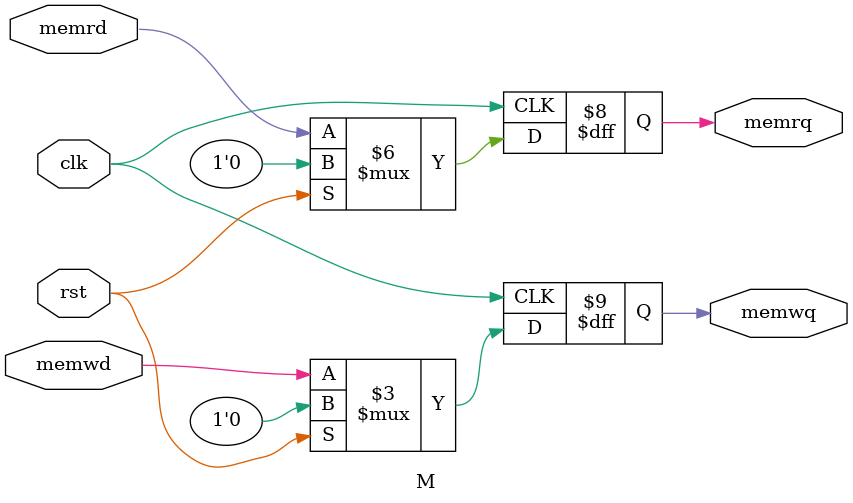
<source format=sv>
module M (
    input  var logic        clk,
    input  var logic        rst,
    input  var logic        memrd,
    input  var logic        memwd,
    output var logic        memrq,
    output var logic        memwq
);
    always_ff @(posedge clk) begin
        if (rst)begin 
            memrq   <= 1'b0;
            memwq   <= 1'b0;
        end
        else begin
            memrq   <= memrd;
            memwq   <= memwd;
        end
    end
endmodule
</source>
